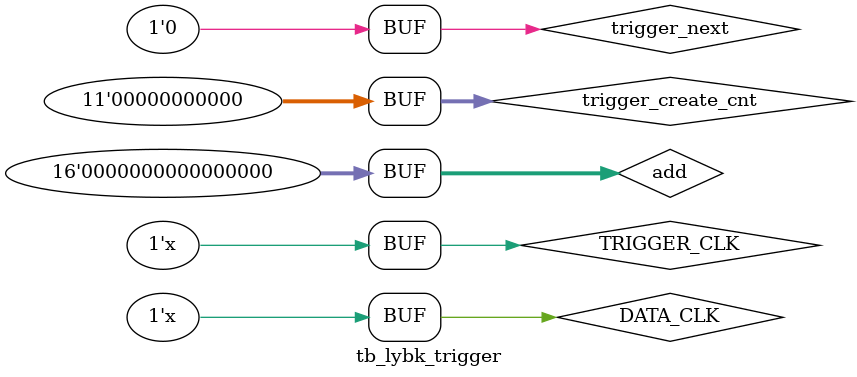
<source format=v>
`timescale 1ns / 1ps


module tb_lybk_trigger();

    reg     DATA_CLK;
    reg     TRIGGER_CLK;
    reg     RST_N;
    reg     EN;

    reg [7:0] ZKBK_TASK_ID;
    reg       ZKBK_TRIGGER;

    reg [7:0] B_CIRCLE_AMOUNT;
    reg [7:0] TASK_ID_in;
    reg [15:0] FPGA_ID_in;
    reg [63:0] S_CIRCLE_DATA;

    wire       IDLE;
/*    wire       TASK_FINIFH;
    wire       S_CIRCLE_FINISH;*/

    reg [14:0] FPGA_READY;
    reg [14:0] FPGA_READY_VALID;
    wire[14:0] TRIGGER_OUT;
    wire[14:0] FPGA_TRIGGER_VALID;
    wire[14:0] READY_STATE;
    wire[7:0]  TO_ZKBK_TASK_ID;
    wire       TO_ZKBK_READY;
    wire       TO_ZKBK_VALID;

    wire [3:0] B_CIRCLE_ID;
    wire       TRIGGER_SUCCESS;
    wire       TRIGGER_FAILURE;
    wire       READY_ERROR;

    reg [10:0] cnt;
    reg [15:0]  add; 
    reg        trigger_next;
    reg [10:0] trigger_create_cnt;

    initial
    begin
      DATA_CLK <= 0;
      TRIGGER_CLK <= 0;
      RST_N <= 1;
      EN <= 0;
      add <= 0;

      cnt <= 1;
      ZKBK_TRIGGER <= 0;
      FPGA_READY <= 0;
      trigger_next <= 0;
      trigger_create_cnt <= 0;
    end
    
    always #5   DATA_CLK = ~DATA_CLK;
    always #50  TRIGGER_CLK = ~TRIGGER_CLK;   

    always @(posedge DATA_CLK)
      /*if (TASK_FINIFH)
          cnt <= 0;
      else*/ if (&cnt)
        cnt <= cnt;
      else 
      cnt <= cnt + 1; 

/*    always @(posedge DATA_CLK)
      if (cnt == 0) begin
            add <= add + 1; 
          end    */ 

    always @(posedge DATA_CLK)begin
      if (cnt == 8) begin
        RST_N <= 0;
      end else if (cnt == 15) begin
        RST_N <= 1;
      end else if (cnt == 20) begin
        TASK_ID_in <= 8'd3;//任务ID 3
        FPGA_ID_in <= 16'b0101_0010_1000_1111 + add;
        B_CIRCLE_AMOUNT <= 8'd5;//大循环数量5
      end else if (cnt == 22) begin
        S_CIRCLE_DATA <= {16'd10 + add,16'd100 + add,16'd15 + add,16'd50 + add};//大循环1.2 
        EN <= 1;
      end else if (cnt == 23) begin
        S_CIRCLE_DATA <= {16'd5 + add,16'd155 + add,16'd9 + add,16'd50 + add};//大循环3.4
      end else if (cnt == 24) begin
        S_CIRCLE_DATA <= {16'd0,16'd0,16'd25 + add,16'd125 + add};//大循环5
      end else if (cnt == 25) begin
        EN <= 0;
      end else if (cnt == 200) begin
        FPGA_READY <= 15'b101_0010_1000_1000;
        FPGA_READY_VALID <= 15'b101_0010_1000_0000;//
      end else if (cnt == 210) begin
        FPGA_READY <= 15'b101_0010_1000_1111;
        FPGA_READY_VALID <= 15'b101_0010_1000_1111;//
      end else if (cnt == 220) begin
        FPGA_READY <= 15'b101_1110_1010_1111;
        FPGA_READY_VALID <= 15'b101_0010_1000_1111;//
      end else if (cnt == 500) begin
        ZKBK_TRIGGER <= 1;
        ZKBK_TASK_ID <= 8'd3;
      end else if (cnt == 510) begin
        ZKBK_TRIGGER <= 0;
      end 
    end

/*    always @(posedge DATA_CLK)
      if (TASK_FINIFH) begin
          trigger_next <= 0;
      end else if (S_CIRCLE_FINISH) begin
          trigger_next <= 1;
      end

    always @(posedge DATA_CLK)
     if (S_CIRCLE_FINISH | TASK_FINIFH) begin
          trigger_create_cnt <= 0;
     end  else if (&trigger_create_cnt) begin
          trigger_create_cnt <= trigger_create_cnt;
     end  else if(trigger_next) begin
          trigger_create_cnt <= trigger_create_cnt + 1;
     end


     always @(posedge DATA_CLK)
       if (trigger_create_cnt == 50) begin
          FPGA_READY <= 15'b101_0010_1000_1000;
        FPGA_READY_VALID <= 15'b101_0010_1000_0000;//下层板卡发来的就绪信号
       end else if (trigger_create_cnt == 100) begin
         FPGA_READY <= 15'b101_0010_1000_1111;
        FPGA_READY_VALID <= 15'b101_0010_1000_1111;
       end else if (trigger_create_cnt == 150) begin
         FPGA_READY <= 15'b101_1110_1010_1111;
        FPGA_READY_VALID <= 15'b101_0010_1000_1111;
       end else if (trigger_create_cnt == 250) begin
         ZKBK_TRIGGER <= 1;
        ZKBK_TASK_ID <= 8'd3;
       end else if (trigger_create_cnt == 260) begin
         ZKBK_TRIGGER <= 0;
       end*/


lybk_trigger lybk_trigger_inst(
        .DATA_CLK(DATA_CLK),//数据传输时钟
        .TRIGGER_CLK(TRIGGER_CLK),//触发时钟，10M
        .RST_N(RST_N),

        .EN(EN),//输入使能信号
        .ZKBK_TASK_ID(ZKBK_TASK_ID),
        .ZKBK_TRIGGER(ZKBK_TRIGGER),
        .B_CIRCLE_AMOUNT(B_CIRCLE_AMOUNT),//大循环数量
        .TASK_ID_in(TASK_ID_in),//任务ID
        .FPGA_ID_in(FPGA_ID_in),//fpga编号(若FPGA_ANOUNT改变，需重新定义)
        .S_CIRCLE_DATA(S_CIRCLE_DATA),//小循环触发数据
        .IDLE(IDLE),
/*        .TASK_FINIFH(TASK_FINIFH),
        .S_CIRCLE_FINISH(S_CIRCLE_FINISH),*/

        .FPGA_READY(FPGA_READY),
        .FPGA_READY_VALID(FPGA_READY_VALID),
        .TRIGGER_OUT(TRIGGER_OUT),
        .FPGA_TRIGGER_VALID(FPGA_TRIGGER_VALID),
        
        .READY_STATE(READY_STATE),
        .TO_ZKBK_TASK_ID(TO_ZKBK_TASK_ID),
        .TO_ZKBK_READY(TO_ZKBK_READY),
        .TO_ZKBK_VALID(TO_ZKBK_VALID),

        .B_CIRCLE_ID(B_CIRCLE_ID),//大循环编号
        .TRIGGER_SUCCESS(TRIGGER_SUCCESS),//中控触发成功
        .TRIGGER_FAILURE(TRIGGER_FAILURE),//中控触发失败
        .READY_ERROR(READY_ERROR) //就绪错误

    );


endmodule

</source>
